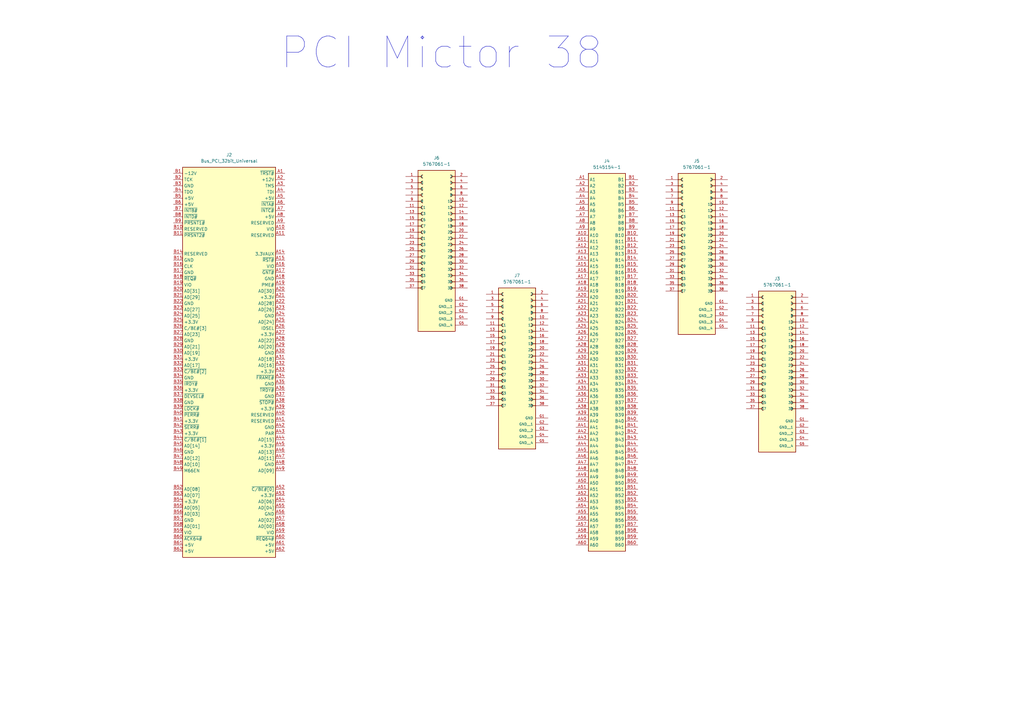
<source format=kicad_sch>
(kicad_sch (version 20250114) (generator "eeschema") (generator_version "9.0")
  (paper "A3")
  (lib_symbols
    (symbol "Connector:Bus_PCI_32bit_Universal"
      (property "Reference" "J" (at 0 80.01 0))
      (property "Value" "Bus_PCI_32bit_Universal" (at 0 -82.55 0))
      (symbol "Bus_PCI_32bit_Universal_0_1"
        (rectangle (start -19.05 78.74) (end 19.05 -81.28) (stroke (width 0.254)) (fill (type background)))
      )
      (symbol "Bus_PCI_32bit_Universal_1_1"
        (pin power_in line (at -22.86 76.2 0) (length 3.81) (name "-12V") (number "B1"))
        (pin output line (at -22.86 73.66 0) (length 3.81) (name "TCK") (number "B2"))
        (pin power_in line (at -22.86 71.12 0) (length 3.81) (name "GND") (number "B3"))
        (pin input line (at -22.86 68.58 0) (length 3.81) (name "TDO") (number "B4"))
        (pin power_in line (at -22.86 66.04 0) (length 3.81) (name "+5V") (number "B5"))
        (pin power_in line (at -22.86 63.5 0) (length 3.81) (name "+5V") (number "B6"))
        (pin input line (at -22.86 60.96 0) (length 3.81) (name "~{INTB#}") (number "B7"))
        (pin input line (at -22.86 58.42 0) (length 3.81) (name "~{INTD#}") (number "B8"))
        (pin input line (at -22.86 55.88 0) (length 3.81) (name "~{PRSNT1#}") (number "B9"))
        (pin passive line (at -22.86 53.34 0) (length 3.81) (name "RESERVED") (number "B10"))
        (pin input line (at -22.86 50.8 0) (length 3.81) (name "~{PRSNT2#}") (number "B11"))
        (pin passive line (at -22.86 43.18 0) (length 3.81) (name "RESERVED") (number "B14"))
        (pin power_in line (at -22.86 40.64 0) (length 3.81) (name "GND") (number "B15"))
        (pin output line (at -22.86 38.1 0) (length 3.81) (name "CLK") (number "B16"))
        (pin power_in line (at -22.86 35.56 0) (length 3.81) (name "GND") (number "B17"))
        (pin bidirectional line (at -22.86 33.02 0) (length 3.81) (name "~{REQ#}") (number "B18"))
        (pin power_in line (at -22.86 30.48 0) (length 3.81) (name "VIO") (number "B19"))
        (pin bidirectional line (at -22.86 27.94 0) (length 3.81) (name "AD[31]") (number "B20"))
        (pin bidirectional line (at -22.86 25.4 0) (length 3.81) (name "AD[29]") (number "B21"))
        (pin power_in line (at -22.86 22.86 0) (length 3.81) (name "GND") (number "B22"))
        (pin bidirectional line (at -22.86 20.32 0) (length 3.81) (name "AD[27]") (number "B23"))
        (pin bidirectional line (at -22.86 17.78 0) (length 3.81) (name "AD[25]") (number "B24"))
        (pin power_in line (at -22.86 15.24 0) (length 3.81) (name "+3.3V") (number "B25"))
        (pin bidirectional line (at -22.86 12.7 0) (length 3.81) (name "C/BE#[3]") (number "B26"))
        (pin bidirectional line (at -22.86 10.16 0) (length 3.81) (name "AD[23]") (number "B27"))
        (pin power_in line (at -22.86 7.62 0) (length 3.81) (name "GND") (number "B28"))
        (pin bidirectional line (at -22.86 5.08 0) (length 3.81) (name "AD[21]") (number "B29"))
        (pin bidirectional line (at -22.86 2.54 0) (length 3.81) (name "AD[19]") (number "B30"))
        (pin power_in line (at -22.86 0 0) (length 3.81) (name "+3.3V") (number "B31"))
        (pin bidirectional line (at -22.86 -2.54 0) (length 3.81) (name "AD[17]") (number "B32"))
        (pin bidirectional line (at -22.86 -5.08 0) (length 3.81) (name "~{C/BE#[2]}") (number "B33"))
        (pin power_in line (at -22.86 -7.62 0) (length 3.81) (name "GND") (number "B34"))
        (pin bidirectional line (at -22.86 -10.16 0) (length 3.81) (name "~{IRDY#}") (number "B35"))
        (pin power_in line (at -22.86 -12.7 0) (length 3.81) (name "+3.3V") (number "B36"))
        (pin bidirectional line (at -22.86 -15.24 0) (length 3.81) (name "~{DEVSEL#}") (number "B37"))
        (pin power_in line (at -22.86 -17.78 0) (length 3.81) (name "GND") (number "B38"))
        (pin bidirectional line (at -22.86 -20.32 0) (length 3.81) (name "~{LOCK#}") (number "B39"))
        (pin bidirectional line (at -22.86 -22.86 0) (length 3.81) (name "~{PERR#}") (number "B40"))
        (pin power_in line (at -22.86 -25.4 0) (length 3.81) (name "+3.3V") (number "B41"))
        (pin input line (at -22.86 -27.94 0) (length 3.81) (name "~{SERR#}") (number "B42"))
        (pin power_in line (at -22.86 -30.48 0) (length 3.81) (name "+3.3V") (number "B43"))
        (pin bidirectional line (at -22.86 -33.02 0) (length 3.81) (name "~{C/BE#[1]}") (number "B44"))
        (pin bidirectional line (at -22.86 -35.56 0) (length 3.81) (name "AD[14]") (number "B45"))
        (pin power_in line (at -22.86 -38.1 0) (length 3.81) (name "GND") (number "B46"))
        (pin bidirectional line (at -22.86 -40.64 0) (length 3.81) (name "AD[12]") (number "B47"))
        (pin bidirectional line (at -22.86 -43.18 0) (length 3.81) (name "AD[10]") (number "B48"))
        (pin power_in line (at -22.86 -45.72 0) (length 3.81) (name "M66EN") (number "B49"))
        (pin bidirectional line (at -22.86 -53.34 0) (length 3.81) (name "AD[08]") (number "B52"))
        (pin bidirectional line (at -22.86 -55.88 0) (length 3.81) (name "AD[07]") (number "B53"))
        (pin input line (at -22.86 -58.42 0) (length 3.81) (name "+3.3V") (number "B54"))
        (pin bidirectional line (at -22.86 -60.96 0) (length 3.81) (name "AD[05]") (number "B55"))
        (pin bidirectional line (at -22.86 -63.5 0) (length 3.81) (name "AD[03]") (number "B56"))
        (pin power_in line (at -22.86 -66.04 0) (length 3.81) (name "GND") (number "B57"))
        (pin bidirectional line (at -22.86 -68.58 0) (length 3.81) (name "AD[01]") (number "B58"))
        (pin power_in line (at -22.86 -71.12 0) (length 3.81) (name "VIO") (number "B59"))
        (pin bidirectional line (at -22.86 -73.66 0) (length 3.81) (name "~{ACK64#}") (number "B60"))
        (pin power_in line (at -22.86 -76.2 0) (length 3.81) (name "+5V") (number "B61"))
        (pin power_in line (at -22.86 -78.74 0) (length 3.81) (name "+5V") (number "B62"))
        (pin output line (at 22.86 76.2 180) (length 3.81) (name "~{TRST#}") (number "A1"))
        (pin power_in line (at 22.86 73.66 180) (length 3.81) (name "+12V") (number "A2"))
        (pin output line (at 22.86 71.12 180) (length 3.81) (name "TMS") (number "A3"))
        (pin output line (at 22.86 68.58 180) (length 3.81) (name "TDI") (number "A4"))
        (pin power_in line (at 22.86 66.04 180) (length 3.81) (name "+5V") (number "A5"))
        (pin input line (at 22.86 63.5 180) (length 3.81) (name "~{INTA#}") (number "A6"))
        (pin input line (at 22.86 60.96 180) (length 3.81) (name "~{INTC#}") (number "A7"))
        (pin power_in line (at 22.86 58.42 180) (length 3.81) (name "+5V") (number "A8"))
        (pin passive line (at 22.86 55.88 180) (length 3.81) (name "RESERVED") (number "A9"))
        (pin power_in line (at 22.86 53.34 180) (length 3.81) (name "VIO") (number "A10"))
        (pin passive line (at 22.86 50.8 180) (length 3.81) (name "RESERVED") (number "A11"))
        (pin passive line (at 22.86 43.18 180) (length 3.81) (name "3.3VAUX") (number "A14"))
        (pin output line (at 22.86 40.64 180) (length 3.81) (name "~{RST#}") (number "A15"))
        (pin power_in line (at 22.86 38.1 180) (length 3.81) (name "VIO") (number "A16"))
        (pin bidirectional line (at 22.86 35.56 180) (length 3.81) (name "~{GNT#}") (number "A17"))
        (pin power_in line (at 22.86 33.02 180) (length 3.81) (name "GND") (number "A18"))
        (pin passive line (at 22.86 30.48 180) (length 3.81) (name "PME#") (number "A19"))
        (pin bidirectional line (at 22.86 27.94 180) (length 3.81) (name "AD[30]") (number "A20"))
        (pin power_in line (at 22.86 25.4 180) (length 3.81) (name "+3.3V") (number "A21"))
        (pin bidirectional line (at 22.86 22.86 180) (length 3.81) (name "AD[28]") (number "A22"))
        (pin bidirectional line (at 22.86 20.32 180) (length 3.81) (name "AD[26]") (number "A23"))
        (pin power_in line (at 22.86 17.78 180) (length 3.81) (name "GND") (number "A24"))
        (pin bidirectional line (at 22.86 15.24 180) (length 3.81) (name "AD[24]") (number "A25"))
        (pin output line (at 22.86 12.7 180) (length 3.81) (name "IDSEL") (number "A26"))
        (pin power_in line (at 22.86 10.16 180) (length 3.81) (name "+3.3V") (number "A27"))
        (pin bidirectional line (at 22.86 7.62 180) (length 3.81) (name "AD[22]") (number "A28"))
        (pin bidirectional line (at 22.86 5.08 180) (length 3.81) (name "AD[20]") (number "A29"))
        (pin power_in line (at 22.86 2.54 180) (length 3.81) (name "GND") (number "A30"))
        (pin bidirectional line (at 22.86 0 180) (length 3.81) (name "AD[18]") (number "A31"))
        (pin bidirectional line (at 22.86 -2.54 180) (length 3.81) (name "AD[16]") (number "A32"))
        (pin power_in line (at 22.86 -5.08 180) (length 3.81) (name "+3.3V") (number "A33"))
        (pin bidirectional line (at 22.86 -7.62 180) (length 3.81) (name "~{FRAME#}") (number "A34"))
        (pin power_in line (at 22.86 -10.16 180) (length 3.81) (name "GND") (number "A35"))
        (pin bidirectional line (at 22.86 -12.7 180) (length 3.81) (name "~{TRDY#}") (number "A36"))
        (pin power_in line (at 22.86 -15.24 180) (length 3.81) (name "GND") (number "A37"))
        (pin bidirectional line (at 22.86 -17.78 180) (length 3.81) (name "~{STOP#}") (number "A38"))
        (pin power_in line (at 22.86 -20.32 180) (length 3.81) (name "+3.3V") (number "A39"))
        (pin bidirectional line (at 22.86 -22.86 180) (length 3.81) (name "RESERVED") (number "A40"))
        (pin bidirectional line (at 22.86 -25.4 180) (length 3.81) (name "RESERVED") (number "A41"))
        (pin power_in line (at 22.86 -27.94 180) (length 3.81) (name "GND") (number "A42"))
        (pin bidirectional line (at 22.86 -30.48 180) (length 3.81) (name "PAR") (number "A43"))
        (pin bidirectional line (at 22.86 -33.02 180) (length 3.81) (name "AD[15]") (number "A44"))
        (pin power_in line (at 22.86 -35.56 180) (length 3.81) (name "+3.3V") (number "A45"))
        (pin bidirectional line (at 22.86 -38.1 180) (length 3.81) (name "AD[13]") (number "A46"))
        (pin bidirectional line (at 22.86 -40.64 180) (length 3.81) (name "AD[11]") (number "A47"))
        (pin power_in line (at 22.86 -43.18 180) (length 3.81) (name "GND") (number "A48"))
        (pin bidirectional line (at 22.86 -45.72 180) (length 3.81) (name "AD[09]") (number "A49"))
        (pin bidirectional line (at 22.86 -53.34 180) (length 3.81) (name "~{C/BE#[0]}") (number "A52"))
        (pin power_in line (at 22.86 -55.88 180) (length 3.81) (name "+3.3V") (number "A53"))
        (pin bidirectional line (at 22.86 -58.42 180) (length 3.81) (name "AD[06]") (number "A54"))
        (pin bidirectional line (at 22.86 -60.96 180) (length 3.81) (name "AD[04]") (number "A55"))
        (pin power_in line (at 22.86 -63.5 180) (length 3.81) (name "GND") (number "A56"))
        (pin bidirectional line (at 22.86 -66.04 180) (length 3.81) (name "AD[02]") (number "A57"))
        (pin bidirectional line (at 22.86 -68.58 180) (length 3.81) (name "AD[00]") (number "A58"))
        (pin power_in line (at 22.86 -71.12 180) (length 3.81) (name "VIO") (number "A59"))
        (pin bidirectional line (at 22.86 -73.66 180) (length 3.81) (name "~{REQ64#}") (number "A60"))
        (pin power_in line (at 22.86 -76.2 180) (length 3.81) (name "+5V") (number "A61"))
        (pin power_in line (at 22.86 -78.74 180) (length 3.81) (name "+5V") (number "A62"))
      )
    )
    (symbol "LibraryLoader:5145154-1"
      (property "Reference" "J" (at 21.59 7.62 0))
      (property "Value" "5145154-1" (at 21.59 5.08 0))
      (symbol "5145154-1_1_1"
        (rectangle (start 5.08 2.54) (end 20.32 -152.4) (stroke (width 0.254)) (fill (type background)))
        (pin passive line (at 0 0 0) (length 5.08) (name "A1") (number "A1"))
        (pin passive line (at 0 -2.54 0) (length 5.08) (name "A2") (number "A2"))
        (pin passive line (at 0 -5.08 0) (length 5.08) (name "A3") (number "A3"))
        (pin passive line (at 0 -7.62 0) (length 5.08) (name "A4") (number "A4"))
        (pin passive line (at 0 -10.16 0) (length 5.08) (name "A5") (number "A5"))
        (pin passive line (at 0 -12.7 0) (length 5.08) (name "A6") (number "A6"))
        (pin passive line (at 0 -15.24 0) (length 5.08) (name "A7") (number "A7"))
        (pin passive line (at 0 -17.78 0) (length 5.08) (name "A8") (number "A8"))
        (pin passive line (at 0 -20.32 0) (length 5.08) (name "A9") (number "A9"))
        (pin passive line (at 0 -22.86 0) (length 5.08) (name "A10") (number "A10"))
        (pin passive line (at 0 -25.4 0) (length 5.08) (name "A11") (number "A11"))
        (pin passive line (at 0 -27.94 0) (length 5.08) (name "A12") (number "A12"))
        (pin passive line (at 0 -30.48 0) (length 5.08) (name "A13") (number "A13"))
        (pin passive line (at 0 -33.02 0) (length 5.08) (name "A14") (number "A14"))
        (pin passive line (at 0 -35.56 0) (length 5.08) (name "A15") (number "A15"))
        (pin passive line (at 0 -38.1 0) (length 5.08) (name "A16") (number "A16"))
        (pin passive line (at 0 -40.64 0) (length 5.08) (name "A17") (number "A17"))
        (pin passive line (at 0 -43.18 0) (length 5.08) (name "A18") (number "A18"))
        (pin passive line (at 0 -45.72 0) (length 5.08) (name "A19") (number "A19"))
        (pin passive line (at 0 -48.26 0) (length 5.08) (name "A20") (number "A20"))
        (pin passive line (at 0 -50.8 0) (length 5.08) (name "A21") (number "A21"))
        (pin passive line (at 0 -53.34 0) (length 5.08) (name "A22") (number "A22"))
        (pin passive line (at 0 -55.88 0) (length 5.08) (name "A23") (number "A23"))
        (pin passive line (at 0 -58.42 0) (length 5.08) (name "A24") (number "A24"))
        (pin passive line (at 0 -60.96 0) (length 5.08) (name "A25") (number "A25"))
        (pin passive line (at 0 -63.5 0) (length 5.08) (name "A26") (number "A26"))
        (pin passive line (at 0 -66.04 0) (length 5.08) (name "A27") (number "A27"))
        (pin passive line (at 0 -68.58 0) (length 5.08) (name "A28") (number "A28"))
        (pin passive line (at 0 -71.12 0) (length 5.08) (name "A29") (number "A29"))
        (pin passive line (at 0 -73.66 0) (length 5.08) (name "A30") (number "A30"))
        (pin passive line (at 0 -76.2 0) (length 5.08) (name "A31") (number "A31"))
        (pin passive line (at 0 -78.74 0) (length 5.08) (name "A32") (number "A32"))
        (pin passive line (at 0 -81.28 0) (length 5.08) (name "A33") (number "A33"))
        (pin passive line (at 0 -83.82 0) (length 5.08) (name "A34") (number "A34"))
        (pin passive line (at 0 -86.36 0) (length 5.08) (name "A35") (number "A35"))
        (pin passive line (at 0 -88.9 0) (length 5.08) (name "A36") (number "A36"))
        (pin passive line (at 0 -91.44 0) (length 5.08) (name "A37") (number "A37"))
        (pin passive line (at 0 -93.98 0) (length 5.08) (name "A38") (number "A38"))
        (pin passive line (at 0 -96.52 0) (length 5.08) (name "A39") (number "A39"))
        (pin passive line (at 0 -99.06 0) (length 5.08) (name "A40") (number "A40"))
        (pin passive line (at 0 -101.6 0) (length 5.08) (name "A41") (number "A41"))
        (pin passive line (at 0 -104.14 0) (length 5.08) (name "A42") (number "A42"))
        (pin passive line (at 0 -106.68 0) (length 5.08) (name "A43") (number "A43"))
        (pin passive line (at 0 -109.22 0) (length 5.08) (name "A44") (number "A44"))
        (pin passive line (at 0 -111.76 0) (length 5.08) (name "A45") (number "A45"))
        (pin passive line (at 0 -114.3 0) (length 5.08) (name "A46") (number "A46"))
        (pin passive line (at 0 -116.84 0) (length 5.08) (name "A47") (number "A47"))
        (pin passive line (at 0 -119.38 0) (length 5.08) (name "A48") (number "A48"))
        (pin passive line (at 0 -121.92 0) (length 5.08) (name "A49") (number "A49"))
        (pin passive line (at 0 -124.46 0) (length 5.08) (name "A50") (number "A50"))
        (pin passive line (at 0 -127 0) (length 5.08) (name "A51") (number "A51"))
        (pin passive line (at 0 -129.54 0) (length 5.08) (name "A52") (number "A52"))
        (pin passive line (at 0 -132.08 0) (length 5.08) (name "A53") (number "A53"))
        (pin passive line (at 0 -134.62 0) (length 5.08) (name "A54") (number "A54"))
        (pin passive line (at 0 -137.16 0) (length 5.08) (name "A55") (number "A55"))
        (pin passive line (at 0 -139.7 0) (length 5.08) (name "A56") (number "A56"))
        (pin passive line (at 0 -142.24 0) (length 5.08) (name "A57") (number "A57"))
        (pin passive line (at 0 -144.78 0) (length 5.08) (name "A58") (number "A58"))
        (pin passive line (at 0 -147.32 0) (length 5.08) (name "A59") (number "A59"))
        (pin passive line (at 0 -149.86 0) (length 5.08) (name "A60") (number "A60"))
        (pin passive line (at 25.4 0 180) (length 5.08) (name "B1") (number "B1"))
        (pin passive line (at 25.4 -2.54 180) (length 5.08) (name "B2") (number "B2"))
        (pin passive line (at 25.4 -5.08 180) (length 5.08) (name "B3") (number "B3"))
        (pin passive line (at 25.4 -7.62 180) (length 5.08) (name "B4") (number "B4"))
        (pin passive line (at 25.4 -10.16 180) (length 5.08) (name "B5") (number "B5"))
        (pin passive line (at 25.4 -12.7 180) (length 5.08) (name "B6") (number "B6"))
        (pin passive line (at 25.4 -15.24 180) (length 5.08) (name "B7") (number "B7"))
        (pin passive line (at 25.4 -17.78 180) (length 5.08) (name "B8") (number "B8"))
        (pin passive line (at 25.4 -20.32 180) (length 5.08) (name "B9") (number "B9"))
        (pin passive line (at 25.4 -22.86 180) (length 5.08) (name "B10") (number "B10"))
        (pin passive line (at 25.4 -25.4 180) (length 5.08) (name "B11") (number "B11"))
        (pin passive line (at 25.4 -27.94 180) (length 5.08) (name "B12") (number "B12"))
        (pin passive line (at 25.4 -30.48 180) (length 5.08) (name "B13") (number "B13"))
        (pin passive line (at 25.4 -33.02 180) (length 5.08) (name "B14") (number "B14"))
        (pin passive line (at 25.4 -35.56 180) (length 5.08) (name "B15") (number "B15"))
        (pin passive line (at 25.4 -38.1 180) (length 5.08) (name "B16") (number "B16"))
        (pin passive line (at 25.4 -40.64 180) (length 5.08) (name "B17") (number "B17"))
        (pin passive line (at 25.4 -43.18 180) (length 5.08) (name "B18") (number "B18"))
        (pin passive line (at 25.4 -45.72 180) (length 5.08) (name "B19") (number "B19"))
        (pin passive line (at 25.4 -48.26 180) (length 5.08) (name "B20") (number "B20"))
        (pin passive line (at 25.4 -50.8 180) (length 5.08) (name "B21") (number "B21"))
        (pin passive line (at 25.4 -53.34 180) (length 5.08) (name "B22") (number "B22"))
        (pin passive line (at 25.4 -55.88 180) (length 5.08) (name "B23") (number "B23"))
        (pin passive line (at 25.4 -58.42 180) (length 5.08) (name "B24") (number "B24"))
        (pin passive line (at 25.4 -60.96 180) (length 5.08) (name "B25") (number "B25"))
        (pin passive line (at 25.4 -63.5 180) (length 5.08) (name "B26") (number "B26"))
        (pin passive line (at 25.4 -66.04 180) (length 5.08) (name "B27") (number "B27"))
        (pin passive line (at 25.4 -68.58 180) (length 5.08) (name "B28") (number "B28"))
        (pin passive line (at 25.4 -71.12 180) (length 5.08) (name "B29") (number "B29"))
        (pin passive line (at 25.4 -73.66 180) (length 5.08) (name "B30") (number "B30"))
        (pin passive line (at 25.4 -76.2 180) (length 5.08) (name "B31") (number "B31"))
        (pin passive line (at 25.4 -78.74 180) (length 5.08) (name "B32") (number "B32"))
        (pin passive line (at 25.4 -81.28 180) (length 5.08) (name "B33") (number "B33"))
        (pin passive line (at 25.4 -83.82 180) (length 5.08) (name "B34") (number "B34"))
        (pin passive line (at 25.4 -86.36 180) (length 5.08) (name "B35") (number "B35"))
        (pin passive line (at 25.4 -88.9 180) (length 5.08) (name "B36") (number "B36"))
        (pin passive line (at 25.4 -91.44 180) (length 5.08) (name "B37") (number "B37"))
        (pin passive line (at 25.4 -93.98 180) (length 5.08) (name "B38") (number "B38"))
        (pin passive line (at 25.4 -96.52 180) (length 5.08) (name "B39") (number "B39"))
        (pin passive line (at 25.4 -99.06 180) (length 5.08) (name "B40") (number "B40"))
        (pin passive line (at 25.4 -101.6 180) (length 5.08) (name "B41") (number "B41"))
        (pin passive line (at 25.4 -104.14 180) (length 5.08) (name "B42") (number "B42"))
        (pin passive line (at 25.4 -106.68 180) (length 5.08) (name "B43") (number "B43"))
        (pin passive line (at 25.4 -109.22 180) (length 5.08) (name "B44") (number "B44"))
        (pin passive line (at 25.4 -111.76 180) (length 5.08) (name "B45") (number "B45"))
        (pin passive line (at 25.4 -114.3 180) (length 5.08) (name "B46") (number "B46"))
        (pin passive line (at 25.4 -116.84 180) (length 5.08) (name "B47") (number "B47"))
        (pin passive line (at 25.4 -119.38 180) (length 5.08) (name "B48") (number "B48"))
        (pin passive line (at 25.4 -121.92 180) (length 5.08) (name "B49") (number "B49"))
        (pin passive line (at 25.4 -124.46 180) (length 5.08) (name "B50") (number "B50"))
        (pin passive line (at 25.4 -127 180) (length 5.08) (name "B51") (number "B51"))
        (pin passive line (at 25.4 -129.54 180) (length 5.08) (name "B52") (number "B52"))
        (pin passive line (at 25.4 -132.08 180) (length 5.08) (name "B53") (number "B53"))
        (pin passive line (at 25.4 -134.62 180) (length 5.08) (name "B54") (number "B54"))
        (pin passive line (at 25.4 -137.16 180) (length 5.08) (name "B55") (number "B55"))
        (pin passive line (at 25.4 -139.7 180) (length 5.08) (name "B56") (number "B56"))
        (pin passive line (at 25.4 -142.24 180) (length 5.08) (name "B57") (number "B57"))
        (pin passive line (at 25.4 -144.78 180) (length 5.08) (name "B58") (number "B58"))
        (pin passive line (at 25.4 -147.32 180) (length 5.08) (name "B59") (number "B59"))
        (pin passive line (at 25.4 -149.86 180) (length 5.08) (name "B60") (number "B60"))
      )
    )
    (symbol "Mictor38:5767061-1" (pin_names (offset 1.016))
      (property "Reference" "J" (at -7.62 28.702 0))
      (property "Value" "5767061-1" (at -7.62 -40.64 0))
      (symbol "5767061-1_0_0"
        (polyline (pts (xy -7.62 25.4) (xy -6.35 25.4)) (stroke (width 0.254)))
        (polyline (pts (xy -7.62 22.86) (xy -6.35 22.86)) (stroke (width 0.254)))
        (polyline (pts (xy -7.62 20.32) (xy -6.35 20.32)) (stroke (width 0.254)))
        (polyline (pts (xy -7.62 17.78) (xy -6.35 17.78)) (stroke (width 0.254)))
        (polyline (pts (xy -7.62 15.24) (xy -6.35 15.24)) (stroke (width 0.254)))
        (polyline (pts (xy -7.62 12.7) (xy -6.35 12.7)) (stroke (width 0.254)))
        (polyline (pts (xy -7.62 10.16) (xy -6.35 10.16)) (stroke (width 0.254)))
        (polyline (pts (xy -7.62 7.62) (xy -6.35 7.62)) (stroke (width 0.254)))
        (polyline (pts (xy -7.62 5.08) (xy -6.35 5.08)) (stroke (width 0.254)))
        (polyline (pts (xy -7.62 2.54) (xy -6.35 2.54)) (stroke (width 0.254)))
        (polyline (pts (xy -7.62 0) (xy -6.35 0)) (stroke (width 0.254)))
        (polyline (pts (xy -7.62 -2.54) (xy -6.35 -2.54)) (stroke (width 0.254)))
        (polyline (pts (xy -7.62 -5.08) (xy -6.35 -5.08)) (stroke (width 0.254)))
        (polyline (pts (xy -7.62 -7.62) (xy -6.35 -7.62)) (stroke (width 0.254)))
        (polyline (pts (xy -7.62 -10.16) (xy -6.35 -10.16)) (stroke (width 0.254)))
        (polyline (pts (xy -7.62 -12.7) (xy -6.35 -12.7)) (stroke (width 0.254)))
        (polyline (pts (xy -7.62 -15.24) (xy -6.35 -15.24)) (stroke (width 0.254)))
        (polyline (pts (xy -7.62 -17.78) (xy -6.35 -17.78)) (stroke (width 0.254)))
        (polyline (pts (xy -7.62 -20.32) (xy -6.35 -20.32)) (stroke (width 0.254)))
        (rectangle (start -7.62 -38.1) (end 7.62 27.94) (stroke (width 0.254)) (fill (type background)))
        (arc (start -5.715 24.765) (mid -6.3472 25.4) (end -5.715 26.035) (stroke (width 0.254)))
        (arc (start -5.715 22.225) (mid -6.3472 22.86) (end -5.715 23.495) (stroke (width 0.254)))
        (arc (start -5.715 19.685) (mid -6.3472 20.32) (end -5.715 20.955) (stroke (width 0.254)))
        (arc (start -5.715 17.145) (mid -6.3472 17.78) (end -5.715 18.415) (stroke (width 0.254)))
        (arc (start -5.715 14.605) (mid -6.3472 15.24) (end -5.715 15.875) (stroke (width 0.254)))
        (arc (start -5.715 12.065) (mid -6.3472 12.7) (end -5.715 13.335) (stroke (width 0.254)))
        (arc (start -5.715 9.525) (mid -6.3472 10.16) (end -5.715 10.795) (stroke (width 0.254)))
        (arc (start -5.715 6.985) (mid -6.3472 7.62) (end -5.715 8.255) (stroke (width 0.254)))
        (arc (start -5.715 4.445) (mid -6.3472 5.08) (end -5.715 5.715) (stroke (width 0.254)))
        (arc (start -5.715 1.905) (mid -6.3472 2.54) (end -5.715 3.175) (stroke (width 0.254)))
        (arc (start -5.715 -0.635) (mid -6.3472 0) (end -5.715 0.635) (stroke (width 0.254)))
        (arc (start -5.715 -3.175) (mid -6.3472 -2.54) (end -5.715 -1.905) (stroke (width 0.254)))
        (arc (start -5.715 -5.715) (mid -6.3472 -5.08) (end -5.715 -4.445) (stroke (width 0.254)))
        (arc (start -5.715 -8.255) (mid -6.3472 -7.62) (end -5.715 -6.985) (stroke (width 0.254)))
        (arc (start -5.715 -10.795) (mid -6.3472 -10.16) (end -5.715 -9.525) (stroke (width 0.254)))
        (arc (start -5.715 -13.335) (mid -6.3472 -12.7) (end -5.715 -12.065) (stroke (width 0.254)))
        (arc (start -5.715 -15.875) (mid -6.3472 -15.24) (end -5.715 -14.605) (stroke (width 0.254)))
        (arc (start -5.715 -18.415) (mid -6.3472 -17.78) (end -5.715 -17.145) (stroke (width 0.254)))
        (arc (start -5.715 -20.955) (mid -6.3472 -20.32) (end -5.715 -19.685) (stroke (width 0.254)))
        (arc (start 5.715 26.035) (mid 6.3472 25.4) (end 5.715 24.765) (stroke (width 0.254)))
        (arc (start 5.715 23.495) (mid 6.3472 22.86) (end 5.715 22.225) (stroke (width 0.254)))
        (arc (start 5.715 20.955) (mid 6.3472 20.32) (end 5.715 19.685) (stroke (width 0.254)))
        (arc (start 5.715 18.415) (mid 6.3472 17.78) (end 5.715 17.145) (stroke (width 0.254)))
        (arc (start 5.715 15.875) (mid 6.3472 15.24) (end 5.715 14.605) (stroke (width 0.254)))
        (arc (start 5.715 13.335) (mid 6.3472 12.7) (end 5.715 12.065) (stroke (width 0.254)))
        (arc (start 5.715 10.795) (mid 6.3472 10.16) (end 5.715 9.525) (stroke (width 0.254)))
        (arc (start 5.715 8.255) (mid 6.3472 7.62) (end 5.715 6.985) (stroke (width 0.254)))
        (arc (start 5.715 5.715) (mid 6.3472 5.08) (end 5.715 4.445) (stroke (width 0.254)))
        (arc (start 5.715 3.175) (mid 6.3472 2.54) (end 5.715 1.905) (stroke (width 0.254)))
        (arc (start 5.715 0.635) (mid 6.3472 0) (end 5.715 -0.635) (stroke (width 0.254)))
        (arc (start 5.715 -1.905) (mid 6.3472 -2.54) (end 5.715 -3.175) (stroke (width 0.254)))
        (arc (start 5.715 -4.445) (mid 6.3472 -5.08) (end 5.715 -5.715) (stroke (width 0.254)))
        (arc (start 5.715 -6.985) (mid 6.3472 -7.62) (end 5.715 -8.255) (stroke (width 0.254)))
        (arc (start 5.715 -9.525) (mid 6.3472 -10.16) (end 5.715 -10.795) (stroke (width 0.254)))
        (arc (start 5.715 -12.065) (mid 6.3472 -12.7) (end 5.715 -13.335) (stroke (width 0.254)))
        (arc (start 5.715 -14.605) (mid 6.3472 -15.24) (end 5.715 -15.875) (stroke (width 0.254)))
        (arc (start 5.715 -17.145) (mid 6.3472 -17.78) (end 5.715 -18.415) (stroke (width 0.254)))
        (arc (start 5.715 -19.685) (mid 6.3472 -20.32) (end 5.715 -20.955) (stroke (width 0.254)))
        (polyline (pts (xy 7.62 25.4) (xy 6.35 25.4)) (stroke (width 0.254)))
        (polyline (pts (xy 7.62 22.86) (xy 6.35 22.86)) (stroke (width 0.254)))
        (polyline (pts (xy 7.62 20.32) (xy 6.35 20.32)) (stroke (width 0.254)))
        (polyline (pts (xy 7.62 17.78) (xy 6.35 17.78)) (stroke (width 0.254)))
        (polyline (pts (xy 7.62 15.24) (xy 6.35 15.24)) (stroke (width 0.254)))
        (polyline (pts (xy 7.62 12.7) (xy 6.35 12.7)) (stroke (width 0.254)))
        (polyline (pts (xy 7.62 10.16) (xy 6.35 10.16)) (stroke (width 0.254)))
        (polyline (pts (xy 7.62 7.62) (xy 6.35 7.62)) (stroke (width 0.254)))
        (polyline (pts (xy 7.62 5.08) (xy 6.35 5.08)) (stroke (width 0.254)))
        (polyline (pts (xy 7.62 2.54) (xy 6.35 2.54)) (stroke (width 0.254)))
        (polyline (pts (xy 7.62 0) (xy 6.35 0)) (stroke (width 0.254)))
        (polyline (pts (xy 7.62 -2.54) (xy 6.35 -2.54)) (stroke (width 0.254)))
        (polyline (pts (xy 7.62 -5.08) (xy 6.35 -5.08)) (stroke (width 0.254)))
        (polyline (pts (xy 7.62 -7.62) (xy 6.35 -7.62)) (stroke (width 0.254)))
        (polyline (pts (xy 7.62 -10.16) (xy 6.35 -10.16)) (stroke (width 0.254)))
        (polyline (pts (xy 7.62 -12.7) (xy 6.35 -12.7)) (stroke (width 0.254)))
        (polyline (pts (xy 7.62 -15.24) (xy 6.35 -15.24)) (stroke (width 0.254)))
        (polyline (pts (xy 7.62 -17.78) (xy 6.35 -17.78)) (stroke (width 0.254)))
        (polyline (pts (xy 7.62 -20.32) (xy 6.35 -20.32)) (stroke (width 0.254)))
        (pin passive line (at -12.7 25.4 0) (length 5.08) (name "1") (number "1"))
        (pin passive line (at -12.7 22.86 0) (length 5.08) (name "3") (number "3"))
        (pin passive line (at -12.7 20.32 0) (length 5.08) (name "5") (number "5"))
        (pin passive line (at -12.7 17.78 0) (length 5.08) (name "7") (number "7"))
        (pin passive line (at -12.7 15.24 0) (length 5.08) (name "9") (number "9"))
        (pin passive line (at -12.7 12.7 0) (length 5.08) (name "11") (number "11"))
        (pin passive line (at -12.7 10.16 0) (length 5.08) (name "13") (number "13"))
        (pin passive line (at -12.7 7.62 0) (length 5.08) (name "15") (number "15"))
        (pin passive line (at -12.7 5.08 0) (length 5.08) (name "17") (number "17"))
        (pin passive line (at -12.7 2.54 0) (length 5.08) (name "19") (number "19"))
        (pin passive line (at -12.7 0 0) (length 5.08) (name "21") (number "21"))
        (pin passive line (at -12.7 -2.54 0) (length 5.08) (name "23") (number "23"))
        (pin passive line (at -12.7 -5.08 0) (length 5.08) (name "25") (number "25"))
        (pin passive line (at -12.7 -7.62 0) (length 5.08) (name "27") (number "27"))
        (pin passive line (at -12.7 -10.16 0) (length 5.08) (name "29") (number "29"))
        (pin passive line (at -12.7 -12.7 0) (length 5.08) (name "31") (number "31"))
        (pin passive line (at -12.7 -15.24 0) (length 5.08) (name "33") (number "33"))
        (pin passive line (at -12.7 -17.78 0) (length 5.08) (name "35") (number "35"))
        (pin passive line (at -12.7 -20.32 0) (length 5.08) (name "37") (number "37"))
        (pin passive line (at 12.7 25.4 180) (length 5.08) (name "2") (number "2"))
        (pin passive line (at 12.7 22.86 180) (length 5.08) (name "4") (number "4"))
        (pin passive line (at 12.7 20.32 180) (length 5.08) (name "6") (number "6"))
        (pin passive line (at 12.7 17.78 180) (length 5.08) (name "8") (number "8"))
        (pin passive line (at 12.7 15.24 180) (length 5.08) (name "10") (number "10"))
        (pin passive line (at 12.7 12.7 180) (length 5.08) (name "12") (number "12"))
        (pin passive line (at 12.7 10.16 180) (length 5.08) (name "14") (number "14"))
        (pin passive line (at 12.7 7.62 180) (length 5.08) (name "16") (number "16"))
        (pin passive line (at 12.7 5.08 180) (length 5.08) (name "18") (number "18"))
        (pin passive line (at 12.7 2.54 180) (length 5.08) (name "20") (number "20"))
        (pin passive line (at 12.7 0 180) (length 5.08) (name "22") (number "22"))
        (pin passive line (at 12.7 -2.54 180) (length 5.08) (name "24") (number "24"))
        (pin passive line (at 12.7 -5.08 180) (length 5.08) (name "26") (number "26"))
        (pin passive line (at 12.7 -7.62 180) (length 5.08) (name "28") (number "28"))
        (pin passive line (at 12.7 -10.16 180) (length 5.08) (name "30") (number "30"))
        (pin passive line (at 12.7 -12.7 180) (length 5.08) (name "32") (number "32"))
        (pin passive line (at 12.7 -15.24 180) (length 5.08) (name "34") (number "34"))
        (pin passive line (at 12.7 -17.78 180) (length 5.08) (name "36") (number "36"))
        (pin passive line (at 12.7 -20.32 180) (length 5.08) (name "38") (number "38"))
        (pin power_in line (at 12.7 -25.4 180) (length 5.08) (name "GND") (number "G1"))
        (pin power_in line (at 12.7 -27.94 180) (length 5.08) (name "GND__1") (number "G2"))
        (pin power_in line (at 12.7 -30.48 180) (length 5.08) (name "GND__2") (number "G3"))
        (pin power_in line (at 12.7 -33.02 180) (length 5.08) (name "GND__3") (number "G4"))
        (pin power_in line (at 12.7 -35.56 180) (length 5.08) (name "GND__4") (number "G5"))
      )
    )
  )
  (text "PCI Mictor 38" (at 181.102 21.844 0) (effects (font (size 12.7 12.7))))
  (symbol (lib_id "Mictor38:5767061-1") (at 179.07 97.79 0) (unit 1)
    (property "Reference" "J6" (at 179.07 64.77 0))
    (property "Value" "5767061-1" (at 179.07 67.31 0))
    (property "Footprint" "Connector_TE-Connectivity:TE_5767171-1_2x19_P0.635mm_Vertical" (effects (hide yes)))
    (property "PARTREV" "B1" (effects (hide yes)))
    (property "STANDARD" "Manufacturer Recommendations" (effects (hide yes)))
    (property "SNAPEDA_PN" "5767061-1" (effects (hide yes)))
    (property "MAXIMUM_PACKAGE_HEIGHT" "6.35 mm" (effects (hide yes)))
    (property "MANUFACTURER" "TE Connectivity" (effects (hide yes)))
  )
  (symbol (lib_id "Mictor38:5767061-1") (at 212.09 146.05 0) (unit 1)
    (property "Reference" "J7" (at 212.09 113.03 0))
    (property "Value" "5767061-1" (at 212.09 115.57 0))
    (property "Footprint" "Connector_TE-Connectivity:TE_5767171-1_2x19_P0.635mm_Vertical" (effects (hide yes)))
    (property "PARTREV" "B1" (effects (hide yes)))
    (property "STANDARD" "Manufacturer Recommendations" (effects (hide yes)))
    (property "SNAPEDA_PN" "5767061-1" (effects (hide yes)))
    (property "MAXIMUM_PACKAGE_HEIGHT" "6.35 mm" (effects (hide yes)))
    (property "MANUFACTURER" "TE Connectivity" (effects (hide yes)))
  )
  (symbol (lib_id "Mictor38:5767061-1") (at 318.77 147.32 0) (unit 1)
    (property "Reference" "J3" (at 318.77 114.3 0))
    (property "Value" "5767061-1" (at 318.77 116.84 0))
    (property "Footprint" "Connector_TE-Connectivity:TE_5767171-1_2x19_P0.635mm_Vertical" (effects (hide yes)))
    (property "PARTREV" "B1" (effects (hide yes)))
    (property "STANDARD" "Manufacturer Recommendations" (effects (hide yes)))
    (property "SNAPEDA_PN" "5767061-1" (effects (hide yes)))
    (property "MAXIMUM_PACKAGE_HEIGHT" "6.35 mm" (effects (hide yes)))
    (property "MANUFACTURER" "TE Connectivity" (effects (hide yes)))
  )
  (symbol (lib_id "Mictor38:5767061-1") (at 285.75 99.06 0) (unit 1)
    (property "Reference" "J5" (at 285.75 66.04 0))
    (property "Value" "5767061-1" (at 285.75 68.58 0))
    (property "Footprint" "Connector_TE-Connectivity:TE_5767171-1_2x19_P0.635mm_Vertical" (effects (hide yes)))
    (property "PARTREV" "B1" (effects (hide yes)))
    (property "STANDARD" "Manufacturer Recommendations" (effects (hide yes)))
    (property "SNAPEDA_PN" "5767061-1" (effects (hide yes)))
    (property "MAXIMUM_PACKAGE_HEIGHT" "6.35 mm" (effects (hide yes)))
    (property "MANUFACTURER" "TE Connectivity" (effects (hide yes)))
  )
  (symbol (lib_id "Connector:Bus_PCI_32bit_Universal") (at 93.98 147.32 0) (unit 1)
    (property "Reference" "J2" (at 93.98 63.5 0))
    (property "Value" "Bus_PCI_32bit_Universal" (at 93.98 66.04 0))
    (property "Footprint" "Connector_PCBEdge:BUS_PCI" (effects (hide yes)))
    (property "Datasheet" "http://pinouts.ru/Slots/PCI_pinout.shtml" (effects (hide yes)))
    (property "Description" "PCI bus connector for universal 5V/3.3V cards" (effects (hide yes)))
  )
  (symbol (lib_id "LibraryLoader:5145154-1") (at 236.22 73.66 0) (unit 1)
    (property "Reference" "J4" (at 248.92 66.04 0))
    (property "Value" "5145154-1" (at 248.92 68.58 0))
    (property "Footprint" "LibraryLoader:51451541" (effects (hide yes)))
    (property "Datasheet" "https://www.te.com/commerce/DocumentDelivery/DDEController?Action=showdoc&DocId=Customer+Drawing%7F5145154%7FF%7Fpdf%7FEnglish%7FENG_CD_5145154_F.pdf%7F5145154-1" (effects (hide yes)))
    (property "Description" "Tyco Electronics FemalePCBEdge Connector, Through Hole Mount, 120 Way, 2 Row, 1.27mm Pitch, 1A" (effects (hide yes)))
    (property "Height" "15.49" (effects (hide yes)))
    (property "Manufacturer_Name" "TE Connectivity" (effects (hide yes)))
    (property "Manufacturer_Part_Number" "5145154-1" (effects (hide yes)))
    (property "Mouser Part Number" "571-5145154-1" (effects (hide yes)))
    (property "Mouser Price/Stock" "https://www.mouser.co.uk/ProductDetail/TE-Connectivity-Alcoswitch/5145154-1?qs=2yE%2FVfFfKwr3A3%252B5Qnzfnw%3D%3D" (effects (hide yes)))
    (property "Arrow Part Number" "5145154-1" (effects (hide yes)))
    (property "Arrow Price/Stock" "https://www.arrow.com/en/products/5145154-1/te-connectivity" (effects (hide yes)))
  )
)
</source>
